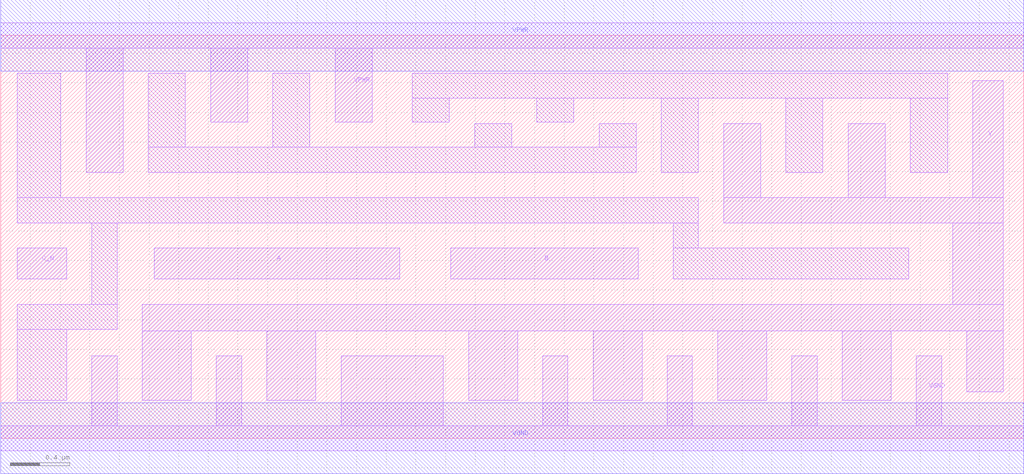
<source format=lef>
# Copyright 2020 The SkyWater PDK Authors
#
# Licensed under the Apache License, Version 2.0 (the "License");
# you may not use this file except in compliance with the License.
# You may obtain a copy of the License at
#
#     https://www.apache.org/licenses/LICENSE-2.0
#
# Unless required by applicable law or agreed to in writing, software
# distributed under the License is distributed on an "AS IS" BASIS,
# WITHOUT WARRANTIES OR CONDITIONS OF ANY KIND, either express or implied.
# See the License for the specific language governing permissions and
# limitations under the License.
#
# SPDX-License-Identifier: Apache-2.0

VERSION 5.5 ;
NAMESCASESENSITIVE ON ;
BUSBITCHARS "[]" ;
DIVIDERCHAR "/" ;
MACRO sky130_fd_sc_hd__nor3b_4
  CLASS CORE ;
  SOURCE USER ;
  ORIGIN  0.000000  0.000000 ;
  SIZE  6.900000 BY  2.720000 ;
  SYMMETRY X Y R90 ;
  SITE unithd ;
  PIN A
    ANTENNAGATEAREA  0.990000 ;
    DIRECTION INPUT ;
    USE SIGNAL ;
    PORT
      LAYER li1 ;
        RECT 1.035000 1.075000 2.690000 1.285000 ;
    END
  END A
  PIN B
    ANTENNAGATEAREA  0.990000 ;
    DIRECTION INPUT ;
    USE SIGNAL ;
    PORT
      LAYER li1 ;
        RECT 3.035000 1.075000 4.300000 1.285000 ;
    END
  END B
  PIN C_N
    ANTENNAGATEAREA  0.247500 ;
    DIRECTION INPUT ;
    USE SIGNAL ;
    PORT
      LAYER li1 ;
        RECT 0.110000 1.075000 0.445000 1.285000 ;
    END
  END C_N
  PIN Y
    ANTENNADIFFAREA  1.593000 ;
    DIRECTION OUTPUT ;
    USE SIGNAL ;
    PORT
      LAYER li1 ;
        RECT 0.955000 0.255000 1.285000 0.725000 ;
        RECT 0.955000 0.725000 6.760000 0.905000 ;
        RECT 1.795000 0.255000 2.125000 0.725000 ;
        RECT 3.155000 0.255000 3.485000 0.725000 ;
        RECT 3.995000 0.255000 4.325000 0.725000 ;
        RECT 4.835000 0.255000 5.165000 0.725000 ;
        RECT 4.875000 1.455000 6.760000 1.625000 ;
        RECT 4.875000 1.625000 5.125000 2.125000 ;
        RECT 5.675000 0.255000 6.005000 0.725000 ;
        RECT 5.715000 1.625000 5.965000 2.125000 ;
        RECT 6.420000 0.905000 6.760000 1.455000 ;
        RECT 6.515000 0.315000 6.760000 0.725000 ;
        RECT 6.555000 1.625000 6.760000 2.415000 ;
    END
  END Y
  PIN VGND
    DIRECTION INOUT ;
    SHAPE ABUTMENT ;
    USE GROUND ;
    PORT
      LAYER li1 ;
        RECT 0.000000 -0.085000 6.900000 0.085000 ;
        RECT 0.615000  0.085000 0.785000 0.555000 ;
        RECT 1.455000  0.085000 1.625000 0.555000 ;
        RECT 2.295000  0.085000 2.985000 0.555000 ;
        RECT 3.655000  0.085000 3.825000 0.555000 ;
        RECT 4.495000  0.085000 4.665000 0.555000 ;
        RECT 5.335000  0.085000 5.505000 0.555000 ;
        RECT 6.175000  0.085000 6.345000 0.555000 ;
    END
    PORT
      LAYER met1 ;
        RECT 0.000000 -0.240000 6.900000 0.240000 ;
    END
  END VGND
  PIN VPWR
    DIRECTION INOUT ;
    SHAPE ABUTMENT ;
    USE POWER ;
    PORT
      LAYER li1 ;
        RECT 0.000000 2.635000 6.900000 2.805000 ;
        RECT 0.575000 1.795000 0.825000 2.635000 ;
        RECT 1.415000 2.135000 1.665000 2.635000 ;
        RECT 2.255000 2.135000 2.505000 2.635000 ;
    END
    PORT
      LAYER met1 ;
        RECT 0.000000 2.480000 6.900000 2.960000 ;
    END
  END VPWR
  OBS
    LAYER li1 ;
      RECT 0.110000 0.255000 0.445000 0.735000 ;
      RECT 0.110000 0.735000 0.785000 0.905000 ;
      RECT 0.110000 1.455000 4.705000 1.625000 ;
      RECT 0.110000 1.625000 0.405000 2.465000 ;
      RECT 0.615000 0.905000 0.785000 1.455000 ;
      RECT 0.995000 1.795000 4.285000 1.965000 ;
      RECT 0.995000 1.965000 1.245000 2.465000 ;
      RECT 1.835000 1.965000 2.085000 2.465000 ;
      RECT 2.775000 2.135000 3.025000 2.295000 ;
      RECT 2.775000 2.295000 6.385000 2.465000 ;
      RECT 3.195000 1.965000 3.445000 2.125000 ;
      RECT 3.615000 2.135000 3.865000 2.295000 ;
      RECT 4.035000 1.965000 4.285000 2.125000 ;
      RECT 4.455000 1.795000 4.705000 2.295000 ;
      RECT 4.535000 1.075000 6.125000 1.285000 ;
      RECT 4.535000 1.285000 4.705000 1.455000 ;
      RECT 5.295000 1.795000 5.545000 2.295000 ;
      RECT 6.135000 1.795000 6.385000 2.295000 ;
  END
END sky130_fd_sc_hd__nor3b_4

</source>
